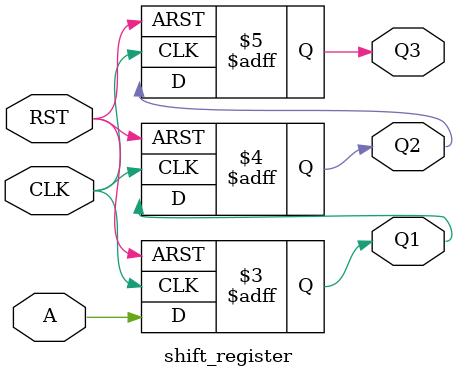
<source format=v>
module shift_register(CLK, RST, A, Q1, Q2, Q3);

input      CLK, RST;
input      A;
output reg Q1, Q2, Q3;

always@ (posedge CLK or negedge RST) begin
    if(!RST)
        {Q3, Q2, Q1} <= 3'b000;
    else begin
        {Q3, Q2, Q1} <= {Q2, Q1, A};
    end
end

endmodule
</source>
